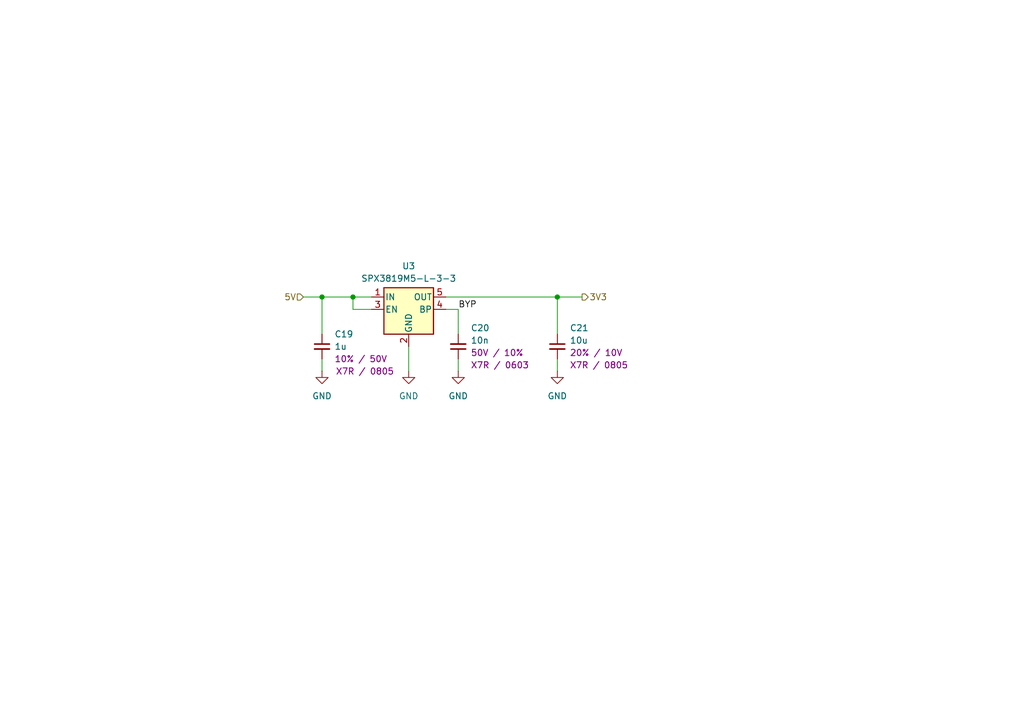
<source format=kicad_sch>
(kicad_sch (version 20250114) (generator "eeschema") (generator_version "9.0")
  (paper "A5")
  (lib_symbols
    (symbol "Device:C_Small" (pin_numbers (hide yes)) (pin_names (offset 0.254) (hide yes))
      (property "Reference" "C" (at 0.254 1.778 0))
      (property "Value" "C_Small" (at 0.254 -2.032 0))
      (symbol "C_Small_0_1"
        (polyline (pts (xy -1.524 0.508) (xy 1.524 0.508)) (stroke (width 0.3048)))
        (polyline (pts (xy -1.524 -0.508) (xy 1.524 -0.508)) (stroke (width 0.3302)))
      )
      (symbol "C_Small_1_1"
        (pin passive line (at 0 2.54 270) (length 2.032) (name "~") (number "1"))
        (pin passive line (at 0 -2.54 90) (length 2.032) (name "~") (number "2"))
      )
    )
    (symbol "Regulator_Linear:SPX3819M5-L-3-3" (pin_names (offset 0.254))
      (property "Reference" "U" (at -3.81 5.715 0))
      (property "Value" "SPX3819M5-L-3-3" (at 0 5.715 0))
      (symbol "SPX3819M5-L-3-3_0_1"
        (rectangle (start -5.08 4.445) (end 5.08 -5.08) (stroke (width 0.254)) (fill (type background)))
      )
      (symbol "SPX3819M5-L-3-3_1_1"
        (pin power_in line (at -7.62 2.54 0) (length 2.54) (name "IN") (number "1"))
        (pin input line (at -7.62 0 0) (length 2.54) (name "EN") (number "3"))
        (pin power_in line (at 0 -7.62 90) (length 2.54) (name "GND") (number "2"))
        (pin power_out line (at 7.62 2.54 180) (length 2.54) (name "OUT") (number "5"))
        (pin input line (at 7.62 0 180) (length 2.54) (name "BP") (number "4"))
      )
    )
    (symbol "power:GND" (power) (pin_numbers (hide yes)) (pin_names (offset 0) (hide yes))
      (property "Value" "GND" (at 0 -3.81 0))
      (symbol "GND_0_1"
        (polyline (pts (xy 0 0) (xy 0 -1.27) (xy 1.27 -1.27) (xy 0 -2.54) (xy -1.27 -1.27) (xy 0 -1.27)))
      )
      (symbol "GND_1_1"
        (pin power_in line (at 0 0 270) (length 0) (name "~") (number "1"))
      )
    )
  )
  (junction (at 72.39 60.96))
  (junction (at 66.04 60.96))
  (junction (at 114.3 60.96))
  (wire (pts (xy 93.98 76.2) (xy 93.98 73.66)))
  (wire (pts (xy 72.39 60.96) (xy 72.39 63.5)))
  (wire (pts (xy 114.3 76.2) (xy 114.3 73.66)))
  (wire (pts (xy 76.2 63.5) (xy 72.39 63.5)))
  (wire (pts (xy 114.3 60.96) (xy 114.3 68.58)))
  (wire (pts (xy 66.04 60.96) (xy 72.39 60.96)))
  (wire (pts (xy 91.44 63.5) (xy 93.98 63.5)))
  (wire (pts (xy 93.98 63.5) (xy 93.98 68.58)))
  (wire (pts (xy 72.39 60.96) (xy 76.2 60.96)))
  (wire (pts (xy 62.23 60.96) (xy 66.04 60.96)))
  (wire (pts (xy 66.04 76.2) (xy 66.04 73.66)))
  (wire (pts (xy 83.82 76.2) (xy 83.82 71.12)))
  (wire (pts (xy 119.38 60.96) (xy 114.3 60.96)))
  (wire (pts (xy 66.04 60.96) (xy 66.04 68.58)))
  (wire (pts (xy 114.3 60.96) (xy 91.44 60.96)))
  (label "BYP" (at 93.98 63.5 0))
  (hierarchical_label "5V" (shape input) (at 62.23 60.96 180))
  (hierarchical_label "3V3" (shape output) (at 119.38 60.96 0))
  (symbol (lib_id "power:GND") (at 93.98 76.2 0) (unit 1)
    (property "Reference" "#PWR033" (effects (hide yes)))
    (property "Value" "GND" (at 93.98 81.28 0))
    (property "Description" "Power symbol creates a global label with name \"GND\" , ground" (effects (hide yes)))
  )
  (symbol (lib_id "Device:C_Small") (at 66.04 71.12 0) (unit 1)
    (property "Reference" "C19" (at 68.58 68.58 0) (effects (justify left)))
    (property "Value" "1u" (at 68.58 71.12 0) (effects (justify left)))
    (property "Footprint" "Capacitor_SMD:C_0805_2012Metric" (effects (hide yes)))
    (property "Description" "Unpolarized capacitor, small symbol" (effects (hide yes)))
    (property "LCSC Part Number" "C91185" (effects (hide yes)))
    (property "Line 1" "${Tolerance} / ${Rated Voltage}" (at 68.58 73.66 0) (effects (justify left)))
    (property "MPN" "CC0805KKX7R9BB105" (effects (hide yes)))
    (property "Manufacturer" "YAGEO" (effects (hide yes)))
    (property "Package" "0805" (effects (hide yes)))
    (property "Tolerance" "10%" (effects (hide yes)))
    (property "Line 2" "${Dielectric} / ${Package}" (at 68.834 76.2 0) (effects (justify left)))
    (property "Rated Voltage" "50V" (effects (hide yes)))
    (property "Dielectric" "X7R" (effects (hide yes)))
  )
  (symbol (lib_id "power:GND") (at 114.3 76.2 0) (unit 1)
    (property "Reference" "#PWR034" (effects (hide yes)))
    (property "Value" "GND" (at 114.3 81.28 0))
    (property "Description" "Power symbol creates a global label with name \"GND\" , ground" (effects (hide yes)))
  )
  (symbol (lib_id "Regulator_Linear:SPX3819M5-L-3-3") (at 83.82 63.5 0) (unit 1)
    (property "Reference" "U3" (at 83.82 54.61 0))
    (property "Value" "SPX3819M5-L-3-3" (at 83.82 57.15 0))
    (property "Footprint" "Package_TO_SOT_SMD:SOT-23-5" (effects (hide yes)))
    (property "Datasheet" "https://www.exar.com/content/document.ashx?id=22106&languageid=1033&type=Datasheet&partnumber=SPX3819&filename=SPX3819.pdf&part=SPX3819" (effects (hide yes)))
    (property "Description" "500mA Low drop-out regulator, Fixed Output 3.3V, SOT-23-5" (effects (hide yes)))
    (property "LCSC Part Number" "C9055" (effects (hide yes)))
    (property "MPN" "SPX3819M5-L-3-3/TR " (effects (hide yes)))
    (property "Manufacturer" "MaxLinear" (effects (hide yes)))
  )
  (symbol (lib_id "Device:C_Small") (at 93.98 71.12 180) (unit 1)
    (property "Reference" "C20" (at 96.52 67.31 0) (effects (justify right)))
    (property "Value" "10n" (at 96.52 69.85 0) (effects (justify right)))
    (property "Footprint" "Capacitor_SMD:C_0603_1608Metric" (effects (hide yes)))
    (property "Description" "Unpolarized capacitor, small symbol" (effects (hide yes)))
    (property "Dielectric" "X7R" (effects (hide yes)))
    (property "LCSC Part Number" "C100042" (effects (hide yes)))
    (property "Line 1" "${Rated Voltage} / ${Tolerance}" (at 96.52 72.39 0) (effects (justify right)))
    (property "Line 2" "${Dielectric} / ${Package}" (at 96.52 74.93 0) (effects (justify right)))
    (property "MPN" "CC0603KRX7R9BB103" (effects (hide yes)))
    (property "Manufacturer" "YAGEO" (effects (hide yes)))
    (property "Package" "0603" (effects (hide yes)))
    (property "Rated Voltage" "50V" (effects (hide yes)))
    (property "Tolerance" "10%" (effects (hide yes)))
    (instances (project "youdbetterrun" (path "" (reference "C20") (unit 1))) (project "Piezo_HV_Pulser" (path "" (reference "C107") (unit 1)) (path "" (reference "C207") (unit 1))))
  )
  (symbol (lib_id "Device:C_Small") (at 114.3 71.12 0) (unit 1)
    (property "Reference" "C21" (at 116.84 67.31 0) (effects (justify left)))
    (property "Value" "10u" (at 116.84 69.85 0) (effects (justify left)))
    (property "Footprint" "Capacitor_SMD:C_0805_2012Metric" (effects (hide yes)))
    (property "Description" "Unpolarized capacitor, small symbol" (effects (hide yes)))
    (property "Dielectric" "X7R" (effects (hide yes)))
    (property "LCSC Part Number" "C5189822" (effects (hide yes)))
    (property "Line 1" "${Tolerance} / ${Rated Voltage}" (at 116.84 72.39 0) (effects (justify left)))
    (property "Line 2" "${Dielectric} / ${Package}" (at 116.84 74.93 0) (effects (justify left)))
    (property "MPN" "CS2012X7R106M100NRE" (effects (hide yes)))
    (property "Manufacturer" "Samwha Capacitor" (effects (hide yes)))
    (property "Package" "0805" (effects (hide yes)))
    (property "Rated Voltage" "10V" (effects (hide yes)))
    (property "Tolerance" "20%" (effects (hide yes)))
  )
  (symbol (lib_id "power:GND") (at 66.04 76.2 0) (unit 1)
    (property "Reference" "#PWR031" (effects (hide yes)))
    (property "Value" "GND" (at 66.04 81.28 0))
    (property "Description" "Power symbol creates a global label with name \"GND\" , ground" (effects (hide yes)))
  )
  (symbol (lib_id "power:GND") (at 83.82 76.2 0) (unit 1)
    (property "Reference" "#PWR032" (effects (hide yes)))
    (property "Value" "GND" (at 83.82 81.28 0))
    (property "Description" "Power symbol creates a global label with name \"GND\" , ground" (effects (hide yes)))
  )
)
</source>
